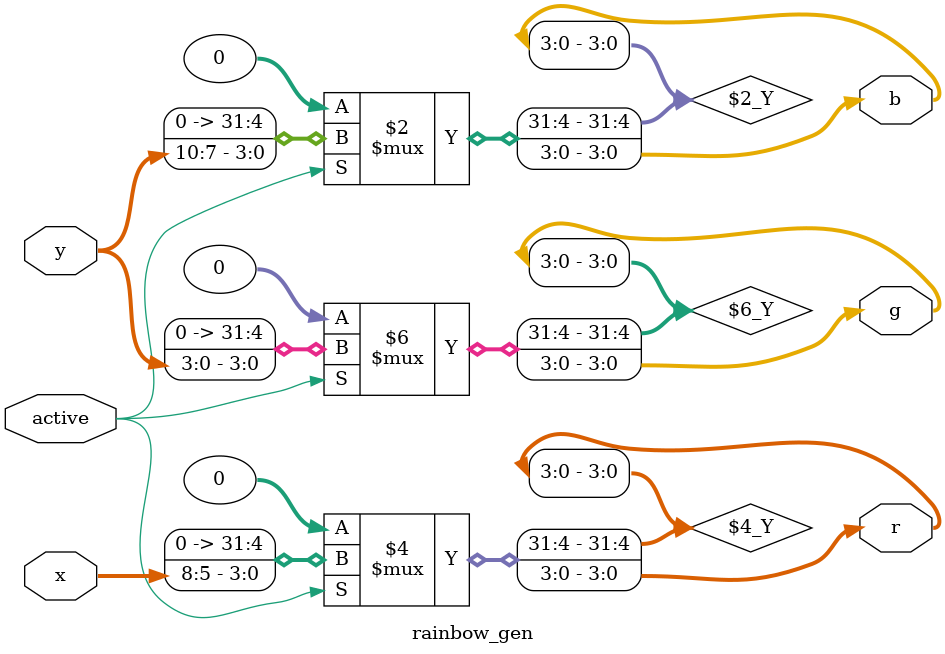
<source format=v>
`timescale 1ns / 1ps


/**
 * A demo of our VGA controller
 *
 * Shows a color thing 
 **/

module vga_demo(
    input clk_100mhz,
    output [3:0] vgaRed,
    output [3:0] vgaBlue,
    output [3:0] vgaGreen,
    output Hsync,
    output Vsync
//    output [10:0] pix_x,
//    output [10:0] pix_y
);

wire [12:0] pix_x;
wire [12:0] pix_y;
wire active;

// we first wire up our controller to generate the right hsync and vsyncs
// as well as pixel calcs
vga_controller ctrl(.clk_100mhz(clk_100mhz), .h_sync(Hsync), .v_sync(Vsync), .current_x(pix_x), .current_y(pix_y), .active(active));

// we then just take those pixel calcs and generate a nice color signal

rainbow_gen generate_screen_pattern(.x(pix_x), .y(pix_y), .active(active), .r(vgaRed), .b(vgaBlue), .g(vgaGreen));
endmodule

module rainbow_gen(input [12:0] x, input [12:0] y, output [3:0] r, output [3:0] g, output [3:0] b, input active);
  // 12 
// TODO figure out better gen technique

  /**
  We'll draw 16 bands (one for each value of blue),
  
   each band will be 640x30
   
   640 is for R evaluation (32px each)
   30 is for G evaluation  (2px each)
  
    on the 16 bands of B we will also just go for 32px each because it's divisible by 2
  **/
  
    assign b = active? y[10:7]:0;
    assign r = active? x[8:5]:0;
    assign g = active? y[3:0]:0;

endmodule 

</source>
